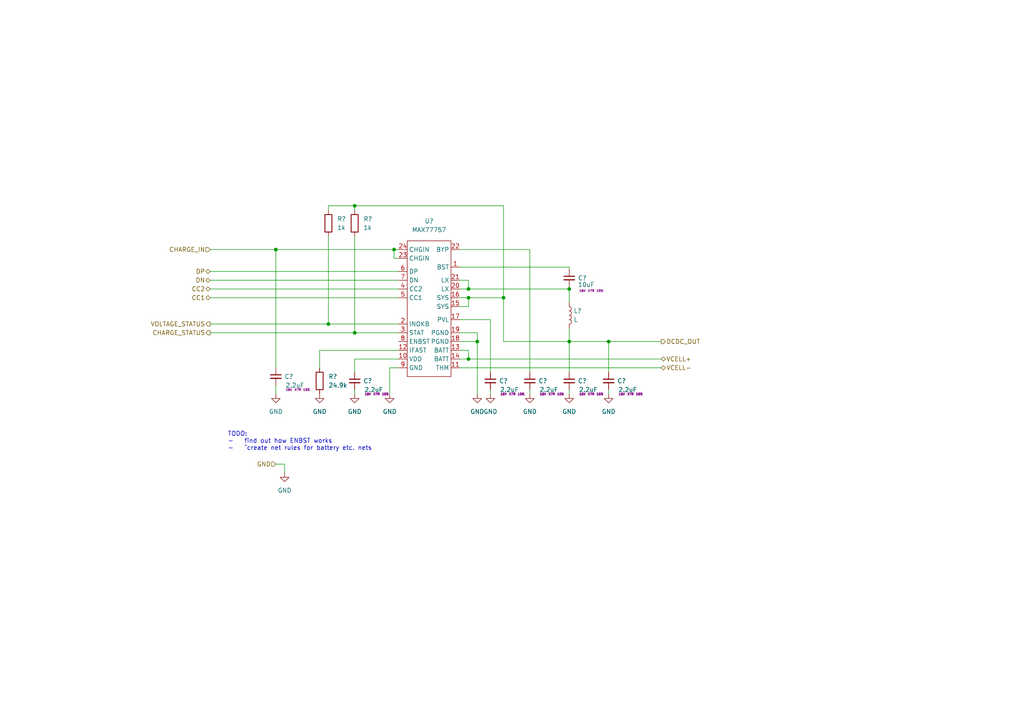
<source format=kicad_sch>
(kicad_sch (version 20211123) (generator eeschema)
  (paper "A4")
  (lib_symbols
    (symbol "314_power_management_ic:MAX77757"
      (property "Reference" "U?" (at -5.08 20.32 0))
      (property "Value" "MAX77757" (at 0 1.27 90))
      (symbol "MAX77757_0_1"
        (rectangle (start -6.35 19.05) (end 6.35 -20.32))
      )
      (symbol "MAX77757_1_1"
        (pin power_out line (at 8.89 11.43 180) (length 2.54) (name "BST") (number "1"))
        (pin power_out line (at -8.89 -15.24 0) (length 2.54) (name "VDD") (number "10"))
        (pin input line (at 8.89 -17.78 180) (length 2.54) (name "THM") (number "11"))
        (pin passive line (at -8.89 -12.7 0) (length 2.54) (name "IFAST") (number "12"))
        (pin power_out line (at 8.89 -12.7 180) (length 2.54) (name "BATT") (number "13"))
        (pin power_out line (at 8.89 -15.24 180) (length 2.54) (name "BATT") (number "14"))
        (pin power_in line (at 8.89 0 180) (length 2.54) (name "SYS") (number "15"))
        (pin power_in line (at 8.89 2.54 180) (length 2.54) (name "SYS") (number "16"))
        (pin power_out line (at 8.89 -3.81 180) (length 2.54) (name "PVL") (number "17"))
        (pin power_out line (at 8.89 -10.16 180) (length 2.54) (name "PGND") (number "18"))
        (pin power_out line (at 8.89 -7.62 180) (length 2.54) (name "PGND") (number "19"))
        (pin open_collector line (at -8.89 -5.08 0) (length 2.54) (name "INOKB") (number "2"))
        (pin bidirectional line (at 8.89 5.08 180) (length 2.54) (name "LX") (number "20"))
        (pin bidirectional line (at 8.89 7.62 180) (length 2.54) (name "LX") (number "21"))
        (pin bidirectional line (at 8.89 16.51 180) (length 2.54) (name "BYP") (number "22"))
        (pin power_in line (at -8.89 13.97 0) (length 2.54) (name "CHGIN") (number "23"))
        (pin power_in line (at -8.89 16.51 0) (length 2.54) (name "CHGIN") (number "24"))
        (pin open_collector line (at -8.89 -7.62 0) (length 2.54) (name "STAT") (number "3"))
        (pin bidirectional line (at -8.89 5.08 0) (length 2.54) (name "CC2") (number "4"))
        (pin bidirectional line (at -8.89 2.54 0) (length 2.54) (name "CC1") (number "5"))
        (pin bidirectional line (at -8.89 10.16 0) (length 2.54) (name "DP") (number "6"))
        (pin bidirectional line (at -8.89 7.62 0) (length 2.54) (name "DN") (number "7"))
        (pin input line (at -8.89 -10.16 0) (length 2.54) (name "ENBST") (number "8"))
        (pin power_out line (at -8.89 -17.78 0) (length 2.54) (name "GND") (number "9"))
      )
    )
    (symbol "Device:C_Small" (pin_numbers hide) (pin_names (offset 0.254) hide)
      (property "Reference" "C" (at 0.254 1.778 0))
      (property "Value" "C_Small" (at 0.254 -2.032 0))
      (symbol "C_Small_0_1"
        (polyline (pts (xy -1.524 -0.508) (xy 1.524 -0.508)) (stroke (width 0.3302)))
        (polyline (pts (xy -1.524 0.508) (xy 1.524 0.508)) (stroke (width 0.3048)))
      )
      (symbol "C_Small_1_1"
        (pin passive line (at 0 2.54 270) (length 2.032) (name "~") (number "1"))
        (pin passive line (at 0 -2.54 90) (length 2.032) (name "~") (number "2"))
      )
    )
    (symbol "Device:L" (pin_numbers hide) (pin_names (offset 1.016) hide)
      (property "Reference" "L" (at -1.27 0 90))
      (property "Value" "L" (at 1.905 0 90))
      (symbol "L_0_1"
        (arc (start 0 -2.54) (mid 0.635 -1.905) (end 0 -1.27))
        (arc (start 0 -1.27) (mid 0.635 -0.635) (end 0 0))
        (arc (start 0 0) (mid 0.635 0.635) (end 0 1.27))
        (arc (start 0 1.27) (mid 0.635 1.905) (end 0 2.54))
      )
      (symbol "L_1_1"
        (pin passive line (at 0 3.81 270) (length 1.27) (name "1") (number "1"))
        (pin passive line (at 0 -3.81 90) (length 1.27) (name "2") (number "2"))
      )
    )
    (symbol "Device:R" (pin_numbers hide) (pin_names (offset 0))
      (property "Reference" "R" (at 2.032 0 90))
      (property "Value" "R" (at 0 0 90))
      (symbol "R_0_1"
        (rectangle (start -1.016 -2.54) (end 1.016 2.54) (stroke (width 0.254)))
      )
      (symbol "R_1_1"
        (pin passive line (at 0 3.81 270) (length 1.27) (name "~") (number "1"))
        (pin passive line (at 0 -3.81 90) (length 1.27) (name "~") (number "2"))
      )
    )
    (symbol "power:GND" (power) (pin_names (offset 0))
      (property "Value" "GND" (at 0 -3.81 0))
      (symbol "GND_0_1"
        (polyline (pts (xy 0 0) (xy 0 -1.27) (xy 1.27 -1.27) (xy 0 -2.54) (xy -1.27 -1.27) (xy 0 -1.27)))
      )
      (symbol "GND_1_1"
        (pin power_in line (at 0 0 270) (length 0) hide (name "GND") (number "1"))
      )
    )
  )
  (junction (at 146.05 86.36))
  (junction (at 135.89 86.36))
  (junction (at 165.1 99.06))
  (junction (at 165.1 83.82))
  (junction (at 95.25 93.98))
  (junction (at 102.87 59.69))
  (junction (at 80.01 72.39))
  (junction (at 114.3 72.39))
  (junction (at 176.53 99.06))
  (junction (at 138.43 99.06))
  (junction (at 102.87 96.52))
  (junction (at 135.89 83.82))
  (junction (at 135.89 104.14))
  (wire (pts (xy 142.24 113.03) (xy 142.24 114.3)))
  (wire (pts (xy 133.35 99.06) (xy 138.43 99.06)))
  (wire (pts (xy 135.89 86.36) (xy 135.89 88.9)))
  (wire (pts (xy 114.3 72.39) (xy 115.57 72.39)))
  (wire (pts (xy 142.24 92.71) (xy 142.24 107.95)))
  (wire (pts (xy 95.25 59.69) (xy 95.25 60.96)))
  (wire (pts (xy 133.35 72.39) (xy 153.67 72.39)))
  (wire (pts (xy 102.87 59.69) (xy 102.87 60.96)))
  (wire (pts (xy 135.89 104.14) (xy 191.77 104.14)))
  (wire (pts (xy 135.89 86.36) (xy 146.05 86.36)))
  (wire (pts (xy 80.01 72.39) (xy 114.3 72.39)))
  (wire (pts (xy 133.35 88.9) (xy 135.89 88.9)))
  (wire (pts (xy 113.03 106.68) (xy 113.03 114.3)))
  (wire (pts (xy 114.3 72.39) (xy 114.3 74.93)))
  (wire (pts (xy 146.05 86.36) (xy 146.05 99.06)))
  (wire (pts (xy 102.87 113.03) (xy 102.87 114.3)))
  (wire (pts (xy 133.35 83.82) (xy 135.89 83.82)))
  (wire (pts (xy 133.35 77.47) (xy 165.1 77.47)))
  (wire (pts (xy 153.67 113.03) (xy 153.67 114.3)))
  (wire (pts (xy 138.43 96.52) (xy 138.43 99.06)))
  (wire (pts (xy 95.25 93.98) (xy 115.57 93.98)))
  (wire (pts (xy 138.43 99.06) (xy 138.43 114.3)))
  (wire (pts (xy 102.87 59.69) (xy 95.25 59.69)))
  (wire (pts (xy 133.35 104.14) (xy 135.89 104.14)))
  (wire (pts (xy 165.1 113.03) (xy 165.1 114.3)))
  (wire (pts (xy 133.35 96.52) (xy 138.43 96.52)))
  (wire (pts (xy 102.87 104.14) (xy 102.87 107.95)))
  (wire (pts (xy 176.53 107.95) (xy 176.53 99.06)))
  (wire (pts (xy 80.01 72.39) (xy 80.01 106.68)))
  (wire (pts (xy 165.1 83.185) (xy 165.1 83.82)))
  (wire (pts (xy 92.71 101.6) (xy 115.57 101.6)))
  (wire (pts (xy 165.1 83.82) (xy 165.1 87.63)))
  (wire (pts (xy 80.01 134.62) (xy 82.55 134.62)))
  (wire (pts (xy 60.96 96.52) (xy 102.87 96.52)))
  (wire (pts (xy 102.87 96.52) (xy 102.87 68.58)))
  (wire (pts (xy 133.35 92.71) (xy 142.24 92.71)))
  (wire (pts (xy 60.96 83.82) (xy 115.57 83.82)))
  (wire (pts (xy 133.35 106.68) (xy 191.77 106.68)))
  (wire (pts (xy 80.01 111.76) (xy 80.01 114.3)))
  (wire (pts (xy 176.53 113.03) (xy 176.53 114.3)))
  (wire (pts (xy 82.55 134.62) (xy 82.55 137.16)))
  (wire (pts (xy 95.25 68.58) (xy 95.25 93.98)))
  (wire (pts (xy 60.96 72.39) (xy 80.01 72.39)))
  (wire (pts (xy 153.67 72.39) (xy 153.67 107.95)))
  (wire (pts (xy 60.96 93.98) (xy 95.25 93.98)))
  (wire (pts (xy 133.35 101.6) (xy 135.89 101.6)))
  (wire (pts (xy 102.87 96.52) (xy 115.57 96.52)))
  (wire (pts (xy 115.57 104.14) (xy 102.87 104.14)))
  (wire (pts (xy 60.96 78.74) (xy 115.57 78.74)))
  (wire (pts (xy 60.96 86.36) (xy 115.57 86.36)))
  (wire (pts (xy 146.05 59.69) (xy 102.87 59.69)))
  (wire (pts (xy 135.89 83.82) (xy 135.89 81.28)))
  (wire (pts (xy 133.35 81.28) (xy 135.89 81.28)))
  (wire (pts (xy 146.05 99.06) (xy 165.1 99.06)))
  (wire (pts (xy 135.89 101.6) (xy 135.89 104.14)))
  (wire (pts (xy 165.1 99.06) (xy 176.53 99.06)))
  (wire (pts (xy 176.53 99.06) (xy 191.77 99.06)))
  (wire (pts (xy 133.35 86.36) (xy 135.89 86.36)))
  (wire (pts (xy 165.1 99.06) (xy 165.1 107.95)))
  (wire (pts (xy 92.71 106.68) (xy 92.71 101.6)))
  (wire (pts (xy 60.96 81.28) (xy 115.57 81.28)))
  (wire (pts (xy 135.89 83.82) (xy 165.1 83.82)))
  (wire (pts (xy 114.3 74.93) (xy 115.57 74.93)))
  (wire (pts (xy 165.1 95.25) (xy 165.1 99.06)))
  (wire (pts (xy 165.1 77.47) (xy 165.1 78.105)))
  (wire (pts (xy 146.05 59.69) (xy 146.05 86.36)))
  (wire (pts (xy 115.57 106.68) (xy 113.03 106.68)))
  (text "TODO:\n-	find out how ENBST works\n-	^create net rules for battery etc. nets" (at 66.04 130.81 0) (effects (font (size 1.27 1.27)) (justify left bottom)))
  (hierarchical_label "DN" (shape bidirectional) (at 60.96 81.28 180))
  (hierarchical_label "DP" (shape bidirectional) (at 60.96 78.74 180))
  (hierarchical_label "CHARGE_IN" (shape input) (at 60.96 72.39 180))
  (hierarchical_label "VCELL-" (shape bidirectional) (at 191.77 106.68 0))
  (hierarchical_label "GND" (shape input) (at 80.01 134.62 180))
  (hierarchical_label "DCDC_OUT" (shape output) (at 191.77 99.06 0))
  (hierarchical_label "VCELL+" (shape bidirectional) (at 191.77 104.14 0))
  (hierarchical_label "CC2" (shape bidirectional) (at 60.96 83.82 180))
  (hierarchical_label "VOLTAGE_STATUS" (shape output) (at 60.96 93.98 180))
  (hierarchical_label "CC1" (shape bidirectional) (at 60.96 86.36 180))
  (hierarchical_label "CHARGE_STATUS" (shape output) (at 60.96 96.52 180))
  (symbol (lib_id "Device:R") (at 95.25 64.77 0) (unit 1)
    (property "Reference" "R?" (at 97.79 63.4999 0) (effects (justify left)))
    (property "Value" "1k" (at 97.79 66.0399 0) (effects (justify left)))
  )
  (symbol (lib_id "power:GND") (at 80.01 114.3 0) (unit 1)
    (property "Reference" "#PWR?" (effects hide))
    (property "Value" "GND" (at 80.01 119.38 0))
  )
  (symbol (lib_id "power:GND") (at 142.24 114.3 0) (unit 1)
    (property "Reference" "#PWR?" (effects hide))
    (property "Value" "GND" (at 142.24 119.38 0))
  )
  (symbol (lib_id "power:GND") (at 82.55 137.16 0) (unit 1)
    (property "Reference" "#PWR?" (effects hide))
    (property "Value" "GND" (at 82.55 142.24 0))
  )
  (symbol (lib_id "Device:C_Small") (at 165.1 80.645 0) (mirror y) (unit 1)
    (property "Reference" "C?" (at 170.18 80.645 0) (effects (justify left)))
    (property "Value" "10uF" (at 172.466 82.55 0) (effects (justify left)))
    (property "Tolerance" "10%" (at 173.99 84.328 0) (effects (font (size 0.635 0.635))))
    (property "Type" "X7R" (at 171.45 84.328 0) (effects (font (size 0.635 0.635))))
    (property "Voltage Rating" "16V" (at 168.91 84.328 0) (effects (font (size 0.635 0.635))))
  )
  (symbol (lib_id "power:GND") (at 138.43 114.3 0) (unit 1)
    (property "Reference" "#PWR?" (effects hide))
    (property "Value" "GND" (at 138.43 119.38 0))
  )
  (symbol (lib_id "power:GND") (at 92.71 114.3 0) (unit 1)
    (property "Reference" "#PWR?" (effects hide))
    (property "Value" "GND" (at 92.71 119.38 0))
  )
  (symbol (lib_id "power:GND") (at 153.67 114.3 0) (unit 1)
    (property "Reference" "#PWR?" (effects hide))
    (property "Value" "GND" (at 153.67 119.38 0))
  )
  (symbol (lib_id "power:GND") (at 113.03 114.3 0) (unit 1)
    (property "Reference" "#PWR?" (effects hide))
    (property "Value" "GND" (at 113.03 119.38 0))
  )
  (symbol (lib_id "Device:R") (at 102.87 64.77 0) (unit 1)
    (property "Reference" "R?" (at 105.41 63.4999 0) (effects (justify left)))
    (property "Value" "1k" (at 105.41 66.0399 0) (effects (justify left)))
  )
  (symbol (lib_id "Device:C_Small") (at 142.24 110.49 0) (mirror y) (unit 1)
    (property "Reference" "C?" (at 147.32 110.49 0) (effects (justify left)))
    (property "Value" "2.2uF" (at 150.495 113.03 0) (effects (justify left)))
    (property "Tolerance" "10%" (at 151.13 114.3 0) (effects (font (size 0.635 0.635))))
    (property "Type" "X7R" (at 148.59 114.3 0) (effects (font (size 0.635 0.635))))
    (property "Voltage Rating" "16V" (at 146.05 114.3 0) (effects (font (size 0.635 0.635))))
  )
  (symbol (lib_id "power:GND") (at 165.1 114.3 0) (unit 1)
    (property "Reference" "#PWR?" (effects hide))
    (property "Value" "GND" (at 165.1 119.38 0))
  )
  (symbol (lib_id "Device:C_Small") (at 176.53 110.49 0) (mirror y) (unit 1)
    (property "Reference" "C?" (at 181.61 110.49 0) (effects (justify left)))
    (property "Value" "2.2uF" (at 184.785 113.03 0) (effects (justify left)))
    (property "Tolerance" "10%" (at 185.42 114.3 0) (effects (font (size 0.635 0.635))))
    (property "Type" "X7R" (at 182.88 114.3 0) (effects (font (size 0.635 0.635))))
    (property "Voltage Rating" "16V" (at 180.34 114.3 0) (effects (font (size 0.635 0.635))))
  )
  (symbol (lib_id "Device:C_Small") (at 153.67 110.49 0) (mirror y) (unit 1)
    (property "Reference" "C?" (at 158.75 110.49 0) (effects (justify left)))
    (property "Value" "2.2uF" (at 161.925 113.03 0) (effects (justify left)))
    (property "Tolerance" "10%" (at 162.56 114.3 0) (effects (font (size 0.635 0.635))))
    (property "Type" "X7R" (at 160.02 114.3 0) (effects (font (size 0.635 0.635))))
    (property "Voltage Rating" "16V" (at 157.48 114.3 0) (effects (font (size 0.635 0.635))))
  )
  (symbol (lib_id "power:GND") (at 176.53 114.3 0) (unit 1)
    (property "Reference" "#PWR?" (effects hide))
    (property "Value" "GND" (at 176.53 119.38 0))
  )
  (symbol (lib_id "Device:R") (at 92.71 110.49 0) (unit 1)
    (property "Reference" "R?" (at 95.25 109.2199 0) (effects (justify left)))
    (property "Value" "24.9k" (at 95.25 111.7599 0) (effects (justify left)))
  )
  (symbol (lib_id "Device:L") (at 165.1 91.44 0) (unit 1)
    (property "Reference" "L?" (at 166.37 90.1699 0) (effects (justify left)))
    (property "Value" "L" (at 166.37 92.7099 0) (effects (justify left)))
  )
  (symbol (lib_id "Device:C_Small") (at 80.01 109.22 0) (mirror y) (unit 1)
    (property "Reference" "C?" (at 85.09 109.22 0) (effects (justify left)))
    (property "Value" "2.2uF" (at 88.265 111.76 0) (effects (justify left)))
    (property "Tolerance" "10%" (at 88.9 113.03 0) (effects (font (size 0.635 0.635))))
    (property "Type" "X7R" (at 86.36 113.03 0) (effects (font (size 0.635 0.635))))
    (property "Voltage Rating" "16V" (at 83.82 113.03 0) (effects (font (size 0.635 0.635))))
  )
  (symbol (lib_id "Device:C_Small") (at 102.87 110.49 0) (mirror y) (unit 1)
    (property "Reference" "C?" (at 107.95 110.49 0) (effects (justify left)))
    (property "Value" "2.2uF" (at 111.125 113.03 0) (effects (justify left)))
    (property "Tolerance" "10%" (at 111.76 114.3 0) (effects (font (size 0.635 0.635))))
    (property "Type" "X7R" (at 109.22 114.3 0) (effects (font (size 0.635 0.635))))
    (property "Voltage Rating" "16V" (at 106.68 114.3 0) (effects (font (size 0.635 0.635))))
  )
  (symbol (lib_id "314_power_management_ic:MAX77757") (at 124.46 88.9 0) (unit 1)
    (property "Reference" "U?" (at 124.46 64.135 0))
    (property "Value" "MAX77757" (at 124.46 66.675 0))
    (property "Footprint" "314_PMIC:FC2QFN-24_3x3mm_P0.4mm" (effects hide))
  )
  (symbol (lib_id "power:GND") (at 102.87 114.3 0) (unit 1)
    (property "Reference" "#PWR?" (effects hide))
    (property "Value" "GND" (at 102.87 119.38 0))
  )
  (symbol (lib_id "Device:C_Small") (at 165.1 110.49 0) (mirror y) (unit 1)
    (property "Reference" "C?" (at 170.18 110.49 0) (effects (justify left)))
    (property "Value" "2.2uF" (at 173.355 113.03 0) (effects (justify left)))
    (property "Tolerance" "10%" (at 173.99 114.3 0) (effects (font (size 0.635 0.635))))
    (property "Type" "X7R" (at 171.45 114.3 0) (effects (font (size 0.635 0.635))))
    (property "Voltage Rating" "16V" (at 168.91 114.3 0) (effects (font (size 0.635 0.635))))
  )
)
</source>
